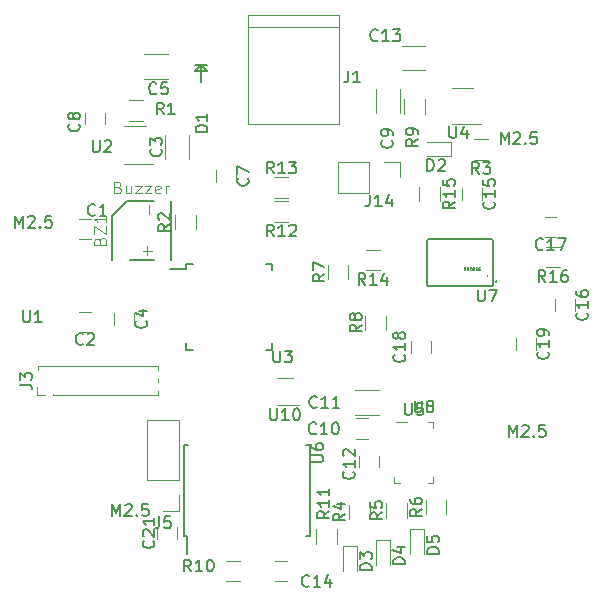
<source format=gto>
G04 #@! TF.FileFunction,Legend,Top*
%FSLAX46Y46*%
G04 Gerber Fmt 4.6, Leading zero omitted, Abs format (unit mm)*
G04 Created by KiCad (PCBNEW 4.0.7) date 03/22/19 21:38:21*
%MOMM*%
%LPD*%
G01*
G04 APERTURE LIST*
%ADD10C,0.100000*%
%ADD11C,0.120000*%
%ADD12C,0.127000*%
%ADD13C,0.150000*%
%ADD14C,0.050000*%
%ADD15C,0.031750*%
G04 APERTURE END LIST*
D10*
D11*
X58220000Y-120322000D02*
X58220000Y-121522000D01*
X56460000Y-121522000D02*
X56460000Y-120322000D01*
D12*
X34940000Y-95022000D02*
X34940000Y-100022000D01*
X31440000Y-100022000D02*
X33440000Y-100022000D01*
X29940000Y-100022000D02*
X29940000Y-96252000D01*
X29940000Y-96252000D02*
X31170000Y-95022000D01*
X31170000Y-95022000D02*
X33440000Y-95022000D01*
D11*
X27132000Y-98210000D02*
X28132000Y-98210000D01*
X28132000Y-96510000D02*
X27132000Y-96510000D01*
X27132000Y-106084000D02*
X28132000Y-106084000D01*
X28132000Y-104384000D02*
X27132000Y-104384000D01*
X34420000Y-89422000D02*
X34420000Y-91422000D01*
X36460000Y-91422000D02*
X36460000Y-89422000D01*
X31784000Y-105480000D02*
X31784000Y-104480000D01*
X30084000Y-104480000D02*
X30084000Y-105480000D01*
X34640000Y-82602000D02*
X32640000Y-82602000D01*
X32640000Y-84642000D02*
X34640000Y-84642000D01*
X40390000Y-93422000D02*
X40390000Y-92422000D01*
X38690000Y-92422000D02*
X38690000Y-93422000D01*
X29290000Y-88522000D02*
X29290000Y-87522000D01*
X27590000Y-87522000D02*
X27590000Y-88522000D01*
X54260000Y-87522000D02*
X54260000Y-85522000D01*
X52220000Y-85522000D02*
X52220000Y-87522000D01*
X50590000Y-115122000D02*
X51590000Y-115122000D01*
X51590000Y-113422000D02*
X50590000Y-113422000D01*
X50490000Y-113092000D02*
X52490000Y-113092000D01*
X52490000Y-111052000D02*
X50490000Y-111052000D01*
X52540000Y-117572000D02*
X52540000Y-116572000D01*
X50840000Y-116572000D02*
X50840000Y-117572000D01*
X54440000Y-83942000D02*
X56440000Y-83942000D01*
X56440000Y-81902000D02*
X54440000Y-81902000D01*
X43702000Y-127182000D02*
X44702000Y-127182000D01*
X44702000Y-125482000D02*
X43702000Y-125482000D01*
X61226000Y-94928000D02*
X61226000Y-93928000D01*
X59526000Y-93928000D02*
X59526000Y-94928000D01*
X69100000Y-104326000D02*
X69100000Y-103326000D01*
X67400000Y-103326000D02*
X67400000Y-104326000D01*
X66540000Y-98072000D02*
X67540000Y-98072000D01*
X67540000Y-96372000D02*
X66540000Y-96372000D01*
X56908000Y-107882000D02*
X56908000Y-106882000D01*
X55208000Y-106882000D02*
X55208000Y-107882000D01*
X65798000Y-107628000D02*
X65798000Y-106628000D01*
X64098000Y-106628000D02*
X64098000Y-107628000D01*
D13*
X36940000Y-83472000D02*
X37940000Y-83472000D01*
X37440000Y-84972000D02*
X37440000Y-83472000D01*
X37440000Y-83472000D02*
X37940000Y-83972000D01*
X37940000Y-83972000D02*
X36940000Y-83972000D01*
X36940000Y-83972000D02*
X37440000Y-83472000D01*
D11*
X58640000Y-91192000D02*
X58640000Y-90052000D01*
X58640000Y-90052000D02*
X56540000Y-90052000D01*
X58640000Y-91192000D02*
X56540000Y-91192000D01*
X50610000Y-124222000D02*
X49470000Y-124222000D01*
X49470000Y-124222000D02*
X49470000Y-126322000D01*
X50610000Y-124222000D02*
X50610000Y-126322000D01*
X53410000Y-123722000D02*
X52270000Y-123722000D01*
X52270000Y-123722000D02*
X52270000Y-125822000D01*
X53410000Y-123722000D02*
X53410000Y-125822000D01*
X56310000Y-122822000D02*
X55170000Y-122822000D01*
X55170000Y-122822000D02*
X55170000Y-124922000D01*
X56310000Y-122822000D02*
X56310000Y-124922000D01*
X49090000Y-80272000D02*
X41390000Y-80272000D01*
X49090000Y-79272000D02*
X41390000Y-79272000D01*
X41390000Y-79272000D02*
X41390000Y-88472000D01*
X41390000Y-88472000D02*
X49090000Y-88472000D01*
X49090000Y-88472000D02*
X49090000Y-79272000D01*
X49070000Y-91692000D02*
X49070000Y-94352000D01*
X51670000Y-91692000D02*
X49070000Y-91692000D01*
X51670000Y-94352000D02*
X49070000Y-94352000D01*
X51670000Y-91692000D02*
X51670000Y-94352000D01*
X52940000Y-91692000D02*
X54270000Y-91692000D01*
X54270000Y-91692000D02*
X54270000Y-93022000D01*
X31340000Y-86442000D02*
X32540000Y-86442000D01*
X32540000Y-88202000D02*
X31340000Y-88202000D01*
X35260000Y-97422000D02*
X35260000Y-96222000D01*
X37020000Y-96222000D02*
X37020000Y-97422000D01*
X60540000Y-89742000D02*
X61740000Y-89742000D01*
X61740000Y-91502000D02*
X60540000Y-91502000D01*
X51720000Y-120722000D02*
X51720000Y-121922000D01*
X49960000Y-121922000D02*
X49960000Y-120722000D01*
X54870000Y-120616000D02*
X54870000Y-121816000D01*
X53110000Y-121816000D02*
X53110000Y-120616000D01*
X48160000Y-101622000D02*
X48160000Y-100422000D01*
X49920000Y-100422000D02*
X49920000Y-101622000D01*
X53120000Y-104722000D02*
X53120000Y-105922000D01*
X51360000Y-105922000D02*
X51360000Y-104722000D01*
X56430000Y-86418000D02*
X56430000Y-87618000D01*
X54670000Y-87618000D02*
X54670000Y-86418000D01*
X40738000Y-127212000D02*
X39538000Y-127212000D01*
X39538000Y-125452000D02*
X40738000Y-125452000D01*
X47160000Y-124022000D02*
X47160000Y-122822000D01*
X48920000Y-122822000D02*
X48920000Y-124022000D01*
X43638000Y-95026000D02*
X44838000Y-95026000D01*
X44838000Y-96786000D02*
X43638000Y-96786000D01*
X44838000Y-94754000D02*
X43638000Y-94754000D01*
X43638000Y-92994000D02*
X44838000Y-92994000D01*
X51394000Y-99136000D02*
X52594000Y-99136000D01*
X52594000Y-100896000D02*
X51394000Y-100896000D01*
X55940000Y-95028000D02*
X55940000Y-93828000D01*
X57700000Y-93828000D02*
X57700000Y-95028000D01*
X66634000Y-98882000D02*
X67834000Y-98882000D01*
X67834000Y-100642000D02*
X66634000Y-100642000D01*
X32745000Y-88623000D02*
X30945000Y-88623000D01*
X30945000Y-91843000D02*
X33395000Y-91843000D01*
D13*
X36199000Y-100339000D02*
X36199000Y-100764000D01*
X43449000Y-100339000D02*
X43449000Y-100864000D01*
X43449000Y-107589000D02*
X43449000Y-107064000D01*
X36199000Y-107589000D02*
X36199000Y-107064000D01*
X36199000Y-100339000D02*
X36724000Y-100339000D01*
X36199000Y-107589000D02*
X36724000Y-107589000D01*
X43449000Y-107589000D02*
X42924000Y-107589000D01*
X43449000Y-100339000D02*
X42924000Y-100339000D01*
X36199000Y-100764000D02*
X34824000Y-100764000D01*
D11*
X60494000Y-85458000D02*
X58734000Y-85458000D01*
X58734000Y-88528000D02*
X61164000Y-88528000D01*
X56620000Y-113722000D02*
X57120000Y-113722000D01*
X57120000Y-113722000D02*
X57120000Y-114222000D01*
X57120000Y-118422000D02*
X57120000Y-118922000D01*
X57120000Y-118922000D02*
X56620000Y-118922000D01*
X54320000Y-118922000D02*
X53820000Y-118922000D01*
X53820000Y-118922000D02*
X53820000Y-118422000D01*
X53920000Y-113722000D02*
X54870000Y-113722000D01*
D13*
X36015000Y-123397000D02*
X36290000Y-123397000D01*
X36015000Y-115647000D02*
X36370000Y-115647000D01*
X46665000Y-115647000D02*
X46310000Y-115647000D01*
X46665000Y-123397000D02*
X46310000Y-123397000D01*
X36015000Y-123397000D02*
X36015000Y-115647000D01*
X46665000Y-123397000D02*
X46665000Y-115647000D01*
X36290000Y-123397000D02*
X36290000Y-124922000D01*
X62096000Y-102244000D02*
X56696000Y-102244000D01*
X62096000Y-98244000D02*
X56696000Y-98244000D01*
X56596000Y-98344000D02*
X56596000Y-102144000D01*
X62196000Y-102144000D02*
X62196000Y-98344000D01*
X61698361Y-101334000D02*
G75*
G03X61698361Y-101334000I-22361J0D01*
G01*
D11*
X33800000Y-111432000D02*
X33800000Y-111116493D01*
X33800000Y-109327507D02*
X33800000Y-109012000D01*
X33800000Y-110327507D02*
X33800000Y-110116493D01*
X24925000Y-111432000D02*
X33800000Y-111432000D01*
X23680000Y-109012000D02*
X33800000Y-109012000D01*
X24925000Y-111432000D02*
X24925000Y-111330276D01*
X23680000Y-109327507D02*
X23680000Y-109012000D01*
X24240000Y-111432000D02*
X23555000Y-111432000D01*
X23555000Y-111432000D02*
X23555000Y-110722000D01*
X35570000Y-113512000D02*
X32910000Y-113512000D01*
X35570000Y-118652000D02*
X35570000Y-113512000D01*
X32910000Y-118652000D02*
X32910000Y-113512000D01*
X35570000Y-118652000D02*
X32910000Y-118652000D01*
X35570000Y-119922000D02*
X35570000Y-121252000D01*
X35570000Y-121252000D02*
X34240000Y-121252000D01*
X33690000Y-122622000D02*
X33690000Y-123622000D01*
X35390000Y-123622000D02*
X35390000Y-122622000D01*
X43840000Y-112282000D02*
X45740000Y-112282000D01*
X45240000Y-109962000D02*
X43840000Y-109962000D01*
D13*
X56142381Y-121088666D02*
X55666190Y-121422000D01*
X56142381Y-121660095D02*
X55142381Y-121660095D01*
X55142381Y-121279142D01*
X55190000Y-121183904D01*
X55237619Y-121136285D01*
X55332857Y-121088666D01*
X55475714Y-121088666D01*
X55570952Y-121136285D01*
X55618571Y-121183904D01*
X55666190Y-121279142D01*
X55666190Y-121660095D01*
X55142381Y-120231523D02*
X55142381Y-120422000D01*
X55190000Y-120517238D01*
X55237619Y-120564857D01*
X55380476Y-120660095D01*
X55570952Y-120707714D01*
X55951905Y-120707714D01*
X56047143Y-120660095D01*
X56094762Y-120612476D01*
X56142381Y-120517238D01*
X56142381Y-120326761D01*
X56094762Y-120231523D01*
X56047143Y-120183904D01*
X55951905Y-120136285D01*
X55713810Y-120136285D01*
X55618571Y-120183904D01*
X55570952Y-120231523D01*
X55523333Y-120326761D01*
X55523333Y-120517238D01*
X55570952Y-120612476D01*
X55618571Y-120660095D01*
X55713810Y-120707714D01*
D14*
X28868496Y-98403886D02*
X28916165Y-98260877D01*
X28963835Y-98213208D01*
X29059174Y-98165538D01*
X29202182Y-98165538D01*
X29297521Y-98213208D01*
X29345191Y-98260877D01*
X29392860Y-98356216D01*
X29392860Y-98737572D01*
X28391800Y-98737572D01*
X28391800Y-98403886D01*
X28439470Y-98308547D01*
X28487140Y-98260877D01*
X28582479Y-98213208D01*
X28677818Y-98213208D01*
X28773157Y-98260877D01*
X28820826Y-98308547D01*
X28868496Y-98403886D01*
X28868496Y-98737572D01*
X28391800Y-97831851D02*
X28391800Y-97164478D01*
X29392860Y-97831851D01*
X29392860Y-97164478D01*
X29392860Y-96258758D02*
X29392860Y-96830792D01*
X29392860Y-96544775D02*
X28391800Y-96544775D01*
X28534809Y-96640114D01*
X28630148Y-96735453D01*
X28677818Y-96830792D01*
X30411178Y-93850562D02*
X30554054Y-93898187D01*
X30601679Y-93945813D01*
X30649304Y-94041063D01*
X30649304Y-94183939D01*
X30601679Y-94279189D01*
X30554054Y-94326815D01*
X30458803Y-94374440D01*
X30077801Y-94374440D01*
X30077801Y-93374310D01*
X30411178Y-93374310D01*
X30506428Y-93421935D01*
X30554054Y-93469560D01*
X30601679Y-93564811D01*
X30601679Y-93660061D01*
X30554054Y-93755312D01*
X30506428Y-93802937D01*
X30411178Y-93850562D01*
X30077801Y-93850562D01*
X31506558Y-93707686D02*
X31506558Y-94374440D01*
X31077931Y-93707686D02*
X31077931Y-94231564D01*
X31125556Y-94326815D01*
X31220807Y-94374440D01*
X31363683Y-94374440D01*
X31458933Y-94326815D01*
X31506558Y-94279189D01*
X31887561Y-93707686D02*
X32411438Y-93707686D01*
X31887561Y-94374440D01*
X32411438Y-94374440D01*
X32697190Y-93707686D02*
X33221067Y-93707686D01*
X32697190Y-94374440D01*
X33221067Y-94374440D01*
X33983071Y-94326815D02*
X33887821Y-94374440D01*
X33697320Y-94374440D01*
X33602069Y-94326815D01*
X33554444Y-94231564D01*
X33554444Y-93850562D01*
X33602069Y-93755312D01*
X33697320Y-93707686D01*
X33887821Y-93707686D01*
X33983071Y-93755312D01*
X34030696Y-93850562D01*
X34030696Y-93945813D01*
X33554444Y-94041063D01*
X34459323Y-94374440D02*
X34459323Y-93707686D01*
X34459323Y-93898187D02*
X34506948Y-93802937D01*
X34554574Y-93755312D01*
X34649824Y-93707686D01*
X34745075Y-93707686D01*
X32911429Y-99602952D02*
X32911429Y-98841047D01*
X33292381Y-99221999D02*
X32530476Y-99221999D01*
X33011429Y-96102952D02*
X33011429Y-95341047D01*
D13*
X28473334Y-96179143D02*
X28425715Y-96226762D01*
X28282858Y-96274381D01*
X28187620Y-96274381D01*
X28044762Y-96226762D01*
X27949524Y-96131524D01*
X27901905Y-96036286D01*
X27854286Y-95845810D01*
X27854286Y-95702952D01*
X27901905Y-95512476D01*
X27949524Y-95417238D01*
X28044762Y-95322000D01*
X28187620Y-95274381D01*
X28282858Y-95274381D01*
X28425715Y-95322000D01*
X28473334Y-95369619D01*
X29425715Y-96274381D02*
X28854286Y-96274381D01*
X29140000Y-96274381D02*
X29140000Y-95274381D01*
X29044762Y-95417238D01*
X28949524Y-95512476D01*
X28854286Y-95560095D01*
X27465334Y-107091143D02*
X27417715Y-107138762D01*
X27274858Y-107186381D01*
X27179620Y-107186381D01*
X27036762Y-107138762D01*
X26941524Y-107043524D01*
X26893905Y-106948286D01*
X26846286Y-106757810D01*
X26846286Y-106614952D01*
X26893905Y-106424476D01*
X26941524Y-106329238D01*
X27036762Y-106234000D01*
X27179620Y-106186381D01*
X27274858Y-106186381D01*
X27417715Y-106234000D01*
X27465334Y-106281619D01*
X27846286Y-106281619D02*
X27893905Y-106234000D01*
X27989143Y-106186381D01*
X28227239Y-106186381D01*
X28322477Y-106234000D01*
X28370096Y-106281619D01*
X28417715Y-106376857D01*
X28417715Y-106472095D01*
X28370096Y-106614952D01*
X27798667Y-107186381D01*
X28417715Y-107186381D01*
X34047143Y-90588666D02*
X34094762Y-90636285D01*
X34142381Y-90779142D01*
X34142381Y-90874380D01*
X34094762Y-91017238D01*
X33999524Y-91112476D01*
X33904286Y-91160095D01*
X33713810Y-91207714D01*
X33570952Y-91207714D01*
X33380476Y-91160095D01*
X33285238Y-91112476D01*
X33190000Y-91017238D01*
X33142381Y-90874380D01*
X33142381Y-90779142D01*
X33190000Y-90636285D01*
X33237619Y-90588666D01*
X33142381Y-90255333D02*
X33142381Y-89636285D01*
X33523333Y-89969619D01*
X33523333Y-89826761D01*
X33570952Y-89731523D01*
X33618571Y-89683904D01*
X33713810Y-89636285D01*
X33951905Y-89636285D01*
X34047143Y-89683904D01*
X34094762Y-89731523D01*
X34142381Y-89826761D01*
X34142381Y-90112476D01*
X34094762Y-90207714D01*
X34047143Y-90255333D01*
X32791143Y-105146666D02*
X32838762Y-105194285D01*
X32886381Y-105337142D01*
X32886381Y-105432380D01*
X32838762Y-105575238D01*
X32743524Y-105670476D01*
X32648286Y-105718095D01*
X32457810Y-105765714D01*
X32314952Y-105765714D01*
X32124476Y-105718095D01*
X32029238Y-105670476D01*
X31934000Y-105575238D01*
X31886381Y-105432380D01*
X31886381Y-105337142D01*
X31934000Y-105194285D01*
X31981619Y-105146666D01*
X32219714Y-104289523D02*
X32886381Y-104289523D01*
X31838762Y-104527619D02*
X32553048Y-104765714D01*
X32553048Y-104146666D01*
X33673334Y-85879143D02*
X33625715Y-85926762D01*
X33482858Y-85974381D01*
X33387620Y-85974381D01*
X33244762Y-85926762D01*
X33149524Y-85831524D01*
X33101905Y-85736286D01*
X33054286Y-85545810D01*
X33054286Y-85402952D01*
X33101905Y-85212476D01*
X33149524Y-85117238D01*
X33244762Y-85022000D01*
X33387620Y-84974381D01*
X33482858Y-84974381D01*
X33625715Y-85022000D01*
X33673334Y-85069619D01*
X34578096Y-84974381D02*
X34101905Y-84974381D01*
X34054286Y-85450571D01*
X34101905Y-85402952D01*
X34197143Y-85355333D01*
X34435239Y-85355333D01*
X34530477Y-85402952D01*
X34578096Y-85450571D01*
X34625715Y-85545810D01*
X34625715Y-85783905D01*
X34578096Y-85879143D01*
X34530477Y-85926762D01*
X34435239Y-85974381D01*
X34197143Y-85974381D01*
X34101905Y-85926762D01*
X34054286Y-85879143D01*
X41397143Y-93088666D02*
X41444762Y-93136285D01*
X41492381Y-93279142D01*
X41492381Y-93374380D01*
X41444762Y-93517238D01*
X41349524Y-93612476D01*
X41254286Y-93660095D01*
X41063810Y-93707714D01*
X40920952Y-93707714D01*
X40730476Y-93660095D01*
X40635238Y-93612476D01*
X40540000Y-93517238D01*
X40492381Y-93374380D01*
X40492381Y-93279142D01*
X40540000Y-93136285D01*
X40587619Y-93088666D01*
X40492381Y-92755333D02*
X40492381Y-92088666D01*
X41492381Y-92517238D01*
X27097143Y-88488666D02*
X27144762Y-88536285D01*
X27192381Y-88679142D01*
X27192381Y-88774380D01*
X27144762Y-88917238D01*
X27049524Y-89012476D01*
X26954286Y-89060095D01*
X26763810Y-89107714D01*
X26620952Y-89107714D01*
X26430476Y-89060095D01*
X26335238Y-89012476D01*
X26240000Y-88917238D01*
X26192381Y-88774380D01*
X26192381Y-88679142D01*
X26240000Y-88536285D01*
X26287619Y-88488666D01*
X26620952Y-87917238D02*
X26573333Y-88012476D01*
X26525714Y-88060095D01*
X26430476Y-88107714D01*
X26382857Y-88107714D01*
X26287619Y-88060095D01*
X26240000Y-88012476D01*
X26192381Y-87917238D01*
X26192381Y-87726761D01*
X26240000Y-87631523D01*
X26287619Y-87583904D01*
X26382857Y-87536285D01*
X26430476Y-87536285D01*
X26525714Y-87583904D01*
X26573333Y-87631523D01*
X26620952Y-87726761D01*
X26620952Y-87917238D01*
X26668571Y-88012476D01*
X26716190Y-88060095D01*
X26811429Y-88107714D01*
X27001905Y-88107714D01*
X27097143Y-88060095D01*
X27144762Y-88012476D01*
X27192381Y-87917238D01*
X27192381Y-87726761D01*
X27144762Y-87631523D01*
X27097143Y-87583904D01*
X27001905Y-87536285D01*
X26811429Y-87536285D01*
X26716190Y-87583904D01*
X26668571Y-87631523D01*
X26620952Y-87726761D01*
X53597143Y-89888666D02*
X53644762Y-89936285D01*
X53692381Y-90079142D01*
X53692381Y-90174380D01*
X53644762Y-90317238D01*
X53549524Y-90412476D01*
X53454286Y-90460095D01*
X53263810Y-90507714D01*
X53120952Y-90507714D01*
X52930476Y-90460095D01*
X52835238Y-90412476D01*
X52740000Y-90317238D01*
X52692381Y-90174380D01*
X52692381Y-90079142D01*
X52740000Y-89936285D01*
X52787619Y-89888666D01*
X53692381Y-89412476D02*
X53692381Y-89222000D01*
X53644762Y-89126761D01*
X53597143Y-89079142D01*
X53454286Y-88983904D01*
X53263810Y-88936285D01*
X52882857Y-88936285D01*
X52787619Y-88983904D01*
X52740000Y-89031523D01*
X52692381Y-89126761D01*
X52692381Y-89317238D01*
X52740000Y-89412476D01*
X52787619Y-89460095D01*
X52882857Y-89507714D01*
X53120952Y-89507714D01*
X53216190Y-89460095D01*
X53263810Y-89412476D01*
X53311429Y-89317238D01*
X53311429Y-89126761D01*
X53263810Y-89031523D01*
X53216190Y-88983904D01*
X53120952Y-88936285D01*
X47193143Y-114667143D02*
X47145524Y-114714762D01*
X47002667Y-114762381D01*
X46907429Y-114762381D01*
X46764571Y-114714762D01*
X46669333Y-114619524D01*
X46621714Y-114524286D01*
X46574095Y-114333810D01*
X46574095Y-114190952D01*
X46621714Y-114000476D01*
X46669333Y-113905238D01*
X46764571Y-113810000D01*
X46907429Y-113762381D01*
X47002667Y-113762381D01*
X47145524Y-113810000D01*
X47193143Y-113857619D01*
X48145524Y-114762381D02*
X47574095Y-114762381D01*
X47859809Y-114762381D02*
X47859809Y-113762381D01*
X47764571Y-113905238D01*
X47669333Y-114000476D01*
X47574095Y-114048095D01*
X48764571Y-113762381D02*
X48859810Y-113762381D01*
X48955048Y-113810000D01*
X49002667Y-113857619D01*
X49050286Y-113952857D01*
X49097905Y-114143333D01*
X49097905Y-114381429D01*
X49050286Y-114571905D01*
X49002667Y-114667143D01*
X48955048Y-114714762D01*
X48859810Y-114762381D01*
X48764571Y-114762381D01*
X48669333Y-114714762D01*
X48621714Y-114667143D01*
X48574095Y-114571905D01*
X48526476Y-114381429D01*
X48526476Y-114143333D01*
X48574095Y-113952857D01*
X48621714Y-113857619D01*
X48669333Y-113810000D01*
X48764571Y-113762381D01*
X47247143Y-112429143D02*
X47199524Y-112476762D01*
X47056667Y-112524381D01*
X46961429Y-112524381D01*
X46818571Y-112476762D01*
X46723333Y-112381524D01*
X46675714Y-112286286D01*
X46628095Y-112095810D01*
X46628095Y-111952952D01*
X46675714Y-111762476D01*
X46723333Y-111667238D01*
X46818571Y-111572000D01*
X46961429Y-111524381D01*
X47056667Y-111524381D01*
X47199524Y-111572000D01*
X47247143Y-111619619D01*
X48199524Y-112524381D02*
X47628095Y-112524381D01*
X47913809Y-112524381D02*
X47913809Y-111524381D01*
X47818571Y-111667238D01*
X47723333Y-111762476D01*
X47628095Y-111810095D01*
X49151905Y-112524381D02*
X48580476Y-112524381D01*
X48866190Y-112524381D02*
X48866190Y-111524381D01*
X48770952Y-111667238D01*
X48675714Y-111762476D01*
X48580476Y-111810095D01*
X50347143Y-117914857D02*
X50394762Y-117962476D01*
X50442381Y-118105333D01*
X50442381Y-118200571D01*
X50394762Y-118343429D01*
X50299524Y-118438667D01*
X50204286Y-118486286D01*
X50013810Y-118533905D01*
X49870952Y-118533905D01*
X49680476Y-118486286D01*
X49585238Y-118438667D01*
X49490000Y-118343429D01*
X49442381Y-118200571D01*
X49442381Y-118105333D01*
X49490000Y-117962476D01*
X49537619Y-117914857D01*
X50442381Y-116962476D02*
X50442381Y-117533905D01*
X50442381Y-117248191D02*
X49442381Y-117248191D01*
X49585238Y-117343429D01*
X49680476Y-117438667D01*
X49728095Y-117533905D01*
X49537619Y-116581524D02*
X49490000Y-116533905D01*
X49442381Y-116438667D01*
X49442381Y-116200571D01*
X49490000Y-116105333D01*
X49537619Y-116057714D01*
X49632857Y-116010095D01*
X49728095Y-116010095D01*
X49870952Y-116057714D01*
X50442381Y-116629143D01*
X50442381Y-116010095D01*
X52397143Y-81379143D02*
X52349524Y-81426762D01*
X52206667Y-81474381D01*
X52111429Y-81474381D01*
X51968571Y-81426762D01*
X51873333Y-81331524D01*
X51825714Y-81236286D01*
X51778095Y-81045810D01*
X51778095Y-80902952D01*
X51825714Y-80712476D01*
X51873333Y-80617238D01*
X51968571Y-80522000D01*
X52111429Y-80474381D01*
X52206667Y-80474381D01*
X52349524Y-80522000D01*
X52397143Y-80569619D01*
X53349524Y-81474381D02*
X52778095Y-81474381D01*
X53063809Y-81474381D02*
X53063809Y-80474381D01*
X52968571Y-80617238D01*
X52873333Y-80712476D01*
X52778095Y-80760095D01*
X53682857Y-80474381D02*
X54301905Y-80474381D01*
X53968571Y-80855333D01*
X54111429Y-80855333D01*
X54206667Y-80902952D01*
X54254286Y-80950571D01*
X54301905Y-81045810D01*
X54301905Y-81283905D01*
X54254286Y-81379143D01*
X54206667Y-81426762D01*
X54111429Y-81474381D01*
X53825714Y-81474381D01*
X53730476Y-81426762D01*
X53682857Y-81379143D01*
X46597143Y-127579143D02*
X46549524Y-127626762D01*
X46406667Y-127674381D01*
X46311429Y-127674381D01*
X46168571Y-127626762D01*
X46073333Y-127531524D01*
X46025714Y-127436286D01*
X45978095Y-127245810D01*
X45978095Y-127102952D01*
X46025714Y-126912476D01*
X46073333Y-126817238D01*
X46168571Y-126722000D01*
X46311429Y-126674381D01*
X46406667Y-126674381D01*
X46549524Y-126722000D01*
X46597143Y-126769619D01*
X47549524Y-127674381D02*
X46978095Y-127674381D01*
X47263809Y-127674381D02*
X47263809Y-126674381D01*
X47168571Y-126817238D01*
X47073333Y-126912476D01*
X46978095Y-126960095D01*
X48406667Y-127007714D02*
X48406667Y-127674381D01*
X48168571Y-126626762D02*
X47930476Y-127341048D01*
X48549524Y-127341048D01*
X62233143Y-95070857D02*
X62280762Y-95118476D01*
X62328381Y-95261333D01*
X62328381Y-95356571D01*
X62280762Y-95499429D01*
X62185524Y-95594667D01*
X62090286Y-95642286D01*
X61899810Y-95689905D01*
X61756952Y-95689905D01*
X61566476Y-95642286D01*
X61471238Y-95594667D01*
X61376000Y-95499429D01*
X61328381Y-95356571D01*
X61328381Y-95261333D01*
X61376000Y-95118476D01*
X61423619Y-95070857D01*
X62328381Y-94118476D02*
X62328381Y-94689905D01*
X62328381Y-94404191D02*
X61328381Y-94404191D01*
X61471238Y-94499429D01*
X61566476Y-94594667D01*
X61614095Y-94689905D01*
X61328381Y-93213714D02*
X61328381Y-93689905D01*
X61804571Y-93737524D01*
X61756952Y-93689905D01*
X61709333Y-93594667D01*
X61709333Y-93356571D01*
X61756952Y-93261333D01*
X61804571Y-93213714D01*
X61899810Y-93166095D01*
X62137905Y-93166095D01*
X62233143Y-93213714D01*
X62280762Y-93261333D01*
X62328381Y-93356571D01*
X62328381Y-93594667D01*
X62280762Y-93689905D01*
X62233143Y-93737524D01*
X70107143Y-104468857D02*
X70154762Y-104516476D01*
X70202381Y-104659333D01*
X70202381Y-104754571D01*
X70154762Y-104897429D01*
X70059524Y-104992667D01*
X69964286Y-105040286D01*
X69773810Y-105087905D01*
X69630952Y-105087905D01*
X69440476Y-105040286D01*
X69345238Y-104992667D01*
X69250000Y-104897429D01*
X69202381Y-104754571D01*
X69202381Y-104659333D01*
X69250000Y-104516476D01*
X69297619Y-104468857D01*
X70202381Y-103516476D02*
X70202381Y-104087905D01*
X70202381Y-103802191D02*
X69202381Y-103802191D01*
X69345238Y-103897429D01*
X69440476Y-103992667D01*
X69488095Y-104087905D01*
X69202381Y-102659333D02*
X69202381Y-102849810D01*
X69250000Y-102945048D01*
X69297619Y-102992667D01*
X69440476Y-103087905D01*
X69630952Y-103135524D01*
X70011905Y-103135524D01*
X70107143Y-103087905D01*
X70154762Y-103040286D01*
X70202381Y-102945048D01*
X70202381Y-102754571D01*
X70154762Y-102659333D01*
X70107143Y-102611714D01*
X70011905Y-102564095D01*
X69773810Y-102564095D01*
X69678571Y-102611714D01*
X69630952Y-102659333D01*
X69583333Y-102754571D01*
X69583333Y-102945048D01*
X69630952Y-103040286D01*
X69678571Y-103087905D01*
X69773810Y-103135524D01*
X66397143Y-99079143D02*
X66349524Y-99126762D01*
X66206667Y-99174381D01*
X66111429Y-99174381D01*
X65968571Y-99126762D01*
X65873333Y-99031524D01*
X65825714Y-98936286D01*
X65778095Y-98745810D01*
X65778095Y-98602952D01*
X65825714Y-98412476D01*
X65873333Y-98317238D01*
X65968571Y-98222000D01*
X66111429Y-98174381D01*
X66206667Y-98174381D01*
X66349524Y-98222000D01*
X66397143Y-98269619D01*
X67349524Y-99174381D02*
X66778095Y-99174381D01*
X67063809Y-99174381D02*
X67063809Y-98174381D01*
X66968571Y-98317238D01*
X66873333Y-98412476D01*
X66778095Y-98460095D01*
X67682857Y-98174381D02*
X68349524Y-98174381D01*
X67920952Y-99174381D01*
X54637143Y-108024857D02*
X54684762Y-108072476D01*
X54732381Y-108215333D01*
X54732381Y-108310571D01*
X54684762Y-108453429D01*
X54589524Y-108548667D01*
X54494286Y-108596286D01*
X54303810Y-108643905D01*
X54160952Y-108643905D01*
X53970476Y-108596286D01*
X53875238Y-108548667D01*
X53780000Y-108453429D01*
X53732381Y-108310571D01*
X53732381Y-108215333D01*
X53780000Y-108072476D01*
X53827619Y-108024857D01*
X54732381Y-107072476D02*
X54732381Y-107643905D01*
X54732381Y-107358191D02*
X53732381Y-107358191D01*
X53875238Y-107453429D01*
X53970476Y-107548667D01*
X54018095Y-107643905D01*
X54160952Y-106501048D02*
X54113333Y-106596286D01*
X54065714Y-106643905D01*
X53970476Y-106691524D01*
X53922857Y-106691524D01*
X53827619Y-106643905D01*
X53780000Y-106596286D01*
X53732381Y-106501048D01*
X53732381Y-106310571D01*
X53780000Y-106215333D01*
X53827619Y-106167714D01*
X53922857Y-106120095D01*
X53970476Y-106120095D01*
X54065714Y-106167714D01*
X54113333Y-106215333D01*
X54160952Y-106310571D01*
X54160952Y-106501048D01*
X54208571Y-106596286D01*
X54256190Y-106643905D01*
X54351429Y-106691524D01*
X54541905Y-106691524D01*
X54637143Y-106643905D01*
X54684762Y-106596286D01*
X54732381Y-106501048D01*
X54732381Y-106310571D01*
X54684762Y-106215333D01*
X54637143Y-106167714D01*
X54541905Y-106120095D01*
X54351429Y-106120095D01*
X54256190Y-106167714D01*
X54208571Y-106215333D01*
X54160952Y-106310571D01*
X66805143Y-107770857D02*
X66852762Y-107818476D01*
X66900381Y-107961333D01*
X66900381Y-108056571D01*
X66852762Y-108199429D01*
X66757524Y-108294667D01*
X66662286Y-108342286D01*
X66471810Y-108389905D01*
X66328952Y-108389905D01*
X66138476Y-108342286D01*
X66043238Y-108294667D01*
X65948000Y-108199429D01*
X65900381Y-108056571D01*
X65900381Y-107961333D01*
X65948000Y-107818476D01*
X65995619Y-107770857D01*
X66900381Y-106818476D02*
X66900381Y-107389905D01*
X66900381Y-107104191D02*
X65900381Y-107104191D01*
X66043238Y-107199429D01*
X66138476Y-107294667D01*
X66186095Y-107389905D01*
X66900381Y-106342286D02*
X66900381Y-106151810D01*
X66852762Y-106056571D01*
X66805143Y-106008952D01*
X66662286Y-105913714D01*
X66471810Y-105866095D01*
X66090857Y-105866095D01*
X65995619Y-105913714D01*
X65948000Y-105961333D01*
X65900381Y-106056571D01*
X65900381Y-106247048D01*
X65948000Y-106342286D01*
X65995619Y-106389905D01*
X66090857Y-106437524D01*
X66328952Y-106437524D01*
X66424190Y-106389905D01*
X66471810Y-106342286D01*
X66519429Y-106247048D01*
X66519429Y-106056571D01*
X66471810Y-105961333D01*
X66424190Y-105913714D01*
X66328952Y-105866095D01*
X37992381Y-89160095D02*
X36992381Y-89160095D01*
X36992381Y-88922000D01*
X37040000Y-88779142D01*
X37135238Y-88683904D01*
X37230476Y-88636285D01*
X37420952Y-88588666D01*
X37563810Y-88588666D01*
X37754286Y-88636285D01*
X37849524Y-88683904D01*
X37944762Y-88779142D01*
X37992381Y-88922000D01*
X37992381Y-89160095D01*
X37992381Y-87636285D02*
X37992381Y-88207714D01*
X37992381Y-87922000D02*
X36992381Y-87922000D01*
X37135238Y-88017238D01*
X37230476Y-88112476D01*
X37278095Y-88207714D01*
X56601905Y-92474381D02*
X56601905Y-91474381D01*
X56840000Y-91474381D01*
X56982858Y-91522000D01*
X57078096Y-91617238D01*
X57125715Y-91712476D01*
X57173334Y-91902952D01*
X57173334Y-92045810D01*
X57125715Y-92236286D01*
X57078096Y-92331524D01*
X56982858Y-92426762D01*
X56840000Y-92474381D01*
X56601905Y-92474381D01*
X57554286Y-91569619D02*
X57601905Y-91522000D01*
X57697143Y-91474381D01*
X57935239Y-91474381D01*
X58030477Y-91522000D01*
X58078096Y-91569619D01*
X58125715Y-91664857D01*
X58125715Y-91760095D01*
X58078096Y-91902952D01*
X57506667Y-92474381D01*
X58125715Y-92474381D01*
X51892381Y-126260095D02*
X50892381Y-126260095D01*
X50892381Y-126022000D01*
X50940000Y-125879142D01*
X51035238Y-125783904D01*
X51130476Y-125736285D01*
X51320952Y-125688666D01*
X51463810Y-125688666D01*
X51654286Y-125736285D01*
X51749524Y-125783904D01*
X51844762Y-125879142D01*
X51892381Y-126022000D01*
X51892381Y-126260095D01*
X50892381Y-125355333D02*
X50892381Y-124736285D01*
X51273333Y-125069619D01*
X51273333Y-124926761D01*
X51320952Y-124831523D01*
X51368571Y-124783904D01*
X51463810Y-124736285D01*
X51701905Y-124736285D01*
X51797143Y-124783904D01*
X51844762Y-124831523D01*
X51892381Y-124926761D01*
X51892381Y-125212476D01*
X51844762Y-125307714D01*
X51797143Y-125355333D01*
X54692381Y-125760095D02*
X53692381Y-125760095D01*
X53692381Y-125522000D01*
X53740000Y-125379142D01*
X53835238Y-125283904D01*
X53930476Y-125236285D01*
X54120952Y-125188666D01*
X54263810Y-125188666D01*
X54454286Y-125236285D01*
X54549524Y-125283904D01*
X54644762Y-125379142D01*
X54692381Y-125522000D01*
X54692381Y-125760095D01*
X54025714Y-124331523D02*
X54692381Y-124331523D01*
X53644762Y-124569619D02*
X54359048Y-124807714D01*
X54359048Y-124188666D01*
X57592381Y-124860095D02*
X56592381Y-124860095D01*
X56592381Y-124622000D01*
X56640000Y-124479142D01*
X56735238Y-124383904D01*
X56830476Y-124336285D01*
X57020952Y-124288666D01*
X57163810Y-124288666D01*
X57354286Y-124336285D01*
X57449524Y-124383904D01*
X57544762Y-124479142D01*
X57592381Y-124622000D01*
X57592381Y-124860095D01*
X56592381Y-123383904D02*
X56592381Y-123860095D01*
X57068571Y-123907714D01*
X57020952Y-123860095D01*
X56973333Y-123764857D01*
X56973333Y-123526761D01*
X57020952Y-123431523D01*
X57068571Y-123383904D01*
X57163810Y-123336285D01*
X57401905Y-123336285D01*
X57497143Y-123383904D01*
X57544762Y-123431523D01*
X57592381Y-123526761D01*
X57592381Y-123764857D01*
X57544762Y-123860095D01*
X57497143Y-123907714D01*
X49906667Y-83974381D02*
X49906667Y-84688667D01*
X49859047Y-84831524D01*
X49763809Y-84926762D01*
X49620952Y-84974381D01*
X49525714Y-84974381D01*
X50906667Y-84974381D02*
X50335238Y-84974381D01*
X50620952Y-84974381D02*
X50620952Y-83974381D01*
X50525714Y-84117238D01*
X50430476Y-84212476D01*
X50335238Y-84260095D01*
X62816191Y-90174381D02*
X62816191Y-89174381D01*
X63149525Y-89888667D01*
X63482858Y-89174381D01*
X63482858Y-90174381D01*
X63911429Y-89269619D02*
X63959048Y-89222000D01*
X64054286Y-89174381D01*
X64292382Y-89174381D01*
X64387620Y-89222000D01*
X64435239Y-89269619D01*
X64482858Y-89364857D01*
X64482858Y-89460095D01*
X64435239Y-89602952D01*
X63863810Y-90174381D01*
X64482858Y-90174381D01*
X64911429Y-90079143D02*
X64959048Y-90126762D01*
X64911429Y-90174381D01*
X64863810Y-90126762D01*
X64911429Y-90079143D01*
X64911429Y-90174381D01*
X65863810Y-89174381D02*
X65387619Y-89174381D01*
X65340000Y-89650571D01*
X65387619Y-89602952D01*
X65482857Y-89555333D01*
X65720953Y-89555333D01*
X65816191Y-89602952D01*
X65863810Y-89650571D01*
X65911429Y-89745810D01*
X65911429Y-89983905D01*
X65863810Y-90079143D01*
X65816191Y-90126762D01*
X65720953Y-90174381D01*
X65482857Y-90174381D01*
X65387619Y-90126762D01*
X65340000Y-90079143D01*
X63516191Y-114974381D02*
X63516191Y-113974381D01*
X63849525Y-114688667D01*
X64182858Y-113974381D01*
X64182858Y-114974381D01*
X64611429Y-114069619D02*
X64659048Y-114022000D01*
X64754286Y-113974381D01*
X64992382Y-113974381D01*
X65087620Y-114022000D01*
X65135239Y-114069619D01*
X65182858Y-114164857D01*
X65182858Y-114260095D01*
X65135239Y-114402952D01*
X64563810Y-114974381D01*
X65182858Y-114974381D01*
X65611429Y-114879143D02*
X65659048Y-114926762D01*
X65611429Y-114974381D01*
X65563810Y-114926762D01*
X65611429Y-114879143D01*
X65611429Y-114974381D01*
X66563810Y-113974381D02*
X66087619Y-113974381D01*
X66040000Y-114450571D01*
X66087619Y-114402952D01*
X66182857Y-114355333D01*
X66420953Y-114355333D01*
X66516191Y-114402952D01*
X66563810Y-114450571D01*
X66611429Y-114545810D01*
X66611429Y-114783905D01*
X66563810Y-114879143D01*
X66516191Y-114926762D01*
X66420953Y-114974381D01*
X66182857Y-114974381D01*
X66087619Y-114926762D01*
X66040000Y-114879143D01*
X21716191Y-97274381D02*
X21716191Y-96274381D01*
X22049525Y-96988667D01*
X22382858Y-96274381D01*
X22382858Y-97274381D01*
X22811429Y-96369619D02*
X22859048Y-96322000D01*
X22954286Y-96274381D01*
X23192382Y-96274381D01*
X23287620Y-96322000D01*
X23335239Y-96369619D01*
X23382858Y-96464857D01*
X23382858Y-96560095D01*
X23335239Y-96702952D01*
X22763810Y-97274381D01*
X23382858Y-97274381D01*
X23811429Y-97179143D02*
X23859048Y-97226762D01*
X23811429Y-97274381D01*
X23763810Y-97226762D01*
X23811429Y-97179143D01*
X23811429Y-97274381D01*
X24763810Y-96274381D02*
X24287619Y-96274381D01*
X24240000Y-96750571D01*
X24287619Y-96702952D01*
X24382857Y-96655333D01*
X24620953Y-96655333D01*
X24716191Y-96702952D01*
X24763810Y-96750571D01*
X24811429Y-96845810D01*
X24811429Y-97083905D01*
X24763810Y-97179143D01*
X24716191Y-97226762D01*
X24620953Y-97274381D01*
X24382857Y-97274381D01*
X24287619Y-97226762D01*
X24240000Y-97179143D01*
X29916191Y-121674381D02*
X29916191Y-120674381D01*
X30249525Y-121388667D01*
X30582858Y-120674381D01*
X30582858Y-121674381D01*
X31011429Y-120769619D02*
X31059048Y-120722000D01*
X31154286Y-120674381D01*
X31392382Y-120674381D01*
X31487620Y-120722000D01*
X31535239Y-120769619D01*
X31582858Y-120864857D01*
X31582858Y-120960095D01*
X31535239Y-121102952D01*
X30963810Y-121674381D01*
X31582858Y-121674381D01*
X32011429Y-121579143D02*
X32059048Y-121626762D01*
X32011429Y-121674381D01*
X31963810Y-121626762D01*
X32011429Y-121579143D01*
X32011429Y-121674381D01*
X32963810Y-120674381D02*
X32487619Y-120674381D01*
X32440000Y-121150571D01*
X32487619Y-121102952D01*
X32582857Y-121055333D01*
X32820953Y-121055333D01*
X32916191Y-121102952D01*
X32963810Y-121150571D01*
X33011429Y-121245810D01*
X33011429Y-121483905D01*
X32963810Y-121579143D01*
X32916191Y-121626762D01*
X32820953Y-121674381D01*
X32582857Y-121674381D01*
X32487619Y-121626762D01*
X32440000Y-121579143D01*
X51730477Y-94474381D02*
X51730477Y-95188667D01*
X51682857Y-95331524D01*
X51587619Y-95426762D01*
X51444762Y-95474381D01*
X51349524Y-95474381D01*
X52730477Y-95474381D02*
X52159048Y-95474381D01*
X52444762Y-95474381D02*
X52444762Y-94474381D01*
X52349524Y-94617238D01*
X52254286Y-94712476D01*
X52159048Y-94760095D01*
X53587620Y-94807714D02*
X53587620Y-95474381D01*
X53349524Y-94426762D02*
X53111429Y-95141048D01*
X53730477Y-95141048D01*
X34273334Y-87674381D02*
X33940000Y-87198190D01*
X33701905Y-87674381D02*
X33701905Y-86674381D01*
X34082858Y-86674381D01*
X34178096Y-86722000D01*
X34225715Y-86769619D01*
X34273334Y-86864857D01*
X34273334Y-87007714D01*
X34225715Y-87102952D01*
X34178096Y-87150571D01*
X34082858Y-87198190D01*
X33701905Y-87198190D01*
X35225715Y-87674381D02*
X34654286Y-87674381D01*
X34940000Y-87674381D02*
X34940000Y-86674381D01*
X34844762Y-86817238D01*
X34749524Y-86912476D01*
X34654286Y-86960095D01*
X34814381Y-96988666D02*
X34338190Y-97322000D01*
X34814381Y-97560095D02*
X33814381Y-97560095D01*
X33814381Y-97179142D01*
X33862000Y-97083904D01*
X33909619Y-97036285D01*
X34004857Y-96988666D01*
X34147714Y-96988666D01*
X34242952Y-97036285D01*
X34290571Y-97083904D01*
X34338190Y-97179142D01*
X34338190Y-97560095D01*
X33909619Y-96607714D02*
X33862000Y-96560095D01*
X33814381Y-96464857D01*
X33814381Y-96226761D01*
X33862000Y-96131523D01*
X33909619Y-96083904D01*
X34004857Y-96036285D01*
X34100095Y-96036285D01*
X34242952Y-96083904D01*
X34814381Y-96655333D01*
X34814381Y-96036285D01*
X60973334Y-92724381D02*
X60640000Y-92248190D01*
X60401905Y-92724381D02*
X60401905Y-91724381D01*
X60782858Y-91724381D01*
X60878096Y-91772000D01*
X60925715Y-91819619D01*
X60973334Y-91914857D01*
X60973334Y-92057714D01*
X60925715Y-92152952D01*
X60878096Y-92200571D01*
X60782858Y-92248190D01*
X60401905Y-92248190D01*
X61306667Y-91724381D02*
X61925715Y-91724381D01*
X61592381Y-92105333D01*
X61735239Y-92105333D01*
X61830477Y-92152952D01*
X61878096Y-92200571D01*
X61925715Y-92295810D01*
X61925715Y-92533905D01*
X61878096Y-92629143D01*
X61830477Y-92676762D01*
X61735239Y-92724381D01*
X61449524Y-92724381D01*
X61354286Y-92676762D01*
X61306667Y-92629143D01*
X49642381Y-121488666D02*
X49166190Y-121822000D01*
X49642381Y-122060095D02*
X48642381Y-122060095D01*
X48642381Y-121679142D01*
X48690000Y-121583904D01*
X48737619Y-121536285D01*
X48832857Y-121488666D01*
X48975714Y-121488666D01*
X49070952Y-121536285D01*
X49118571Y-121583904D01*
X49166190Y-121679142D01*
X49166190Y-122060095D01*
X48975714Y-120631523D02*
X49642381Y-120631523D01*
X48594762Y-120869619D02*
X49309048Y-121107714D01*
X49309048Y-120488666D01*
X52792381Y-121382666D02*
X52316190Y-121716000D01*
X52792381Y-121954095D02*
X51792381Y-121954095D01*
X51792381Y-121573142D01*
X51840000Y-121477904D01*
X51887619Y-121430285D01*
X51982857Y-121382666D01*
X52125714Y-121382666D01*
X52220952Y-121430285D01*
X52268571Y-121477904D01*
X52316190Y-121573142D01*
X52316190Y-121954095D01*
X51792381Y-120477904D02*
X51792381Y-120954095D01*
X52268571Y-121001714D01*
X52220952Y-120954095D01*
X52173333Y-120858857D01*
X52173333Y-120620761D01*
X52220952Y-120525523D01*
X52268571Y-120477904D01*
X52363810Y-120430285D01*
X52601905Y-120430285D01*
X52697143Y-120477904D01*
X52744762Y-120525523D01*
X52792381Y-120620761D01*
X52792381Y-120858857D01*
X52744762Y-120954095D01*
X52697143Y-121001714D01*
X47892381Y-101188666D02*
X47416190Y-101522000D01*
X47892381Y-101760095D02*
X46892381Y-101760095D01*
X46892381Y-101379142D01*
X46940000Y-101283904D01*
X46987619Y-101236285D01*
X47082857Y-101188666D01*
X47225714Y-101188666D01*
X47320952Y-101236285D01*
X47368571Y-101283904D01*
X47416190Y-101379142D01*
X47416190Y-101760095D01*
X46892381Y-100855333D02*
X46892381Y-100188666D01*
X47892381Y-100617238D01*
X51042381Y-105488666D02*
X50566190Y-105822000D01*
X51042381Y-106060095D02*
X50042381Y-106060095D01*
X50042381Y-105679142D01*
X50090000Y-105583904D01*
X50137619Y-105536285D01*
X50232857Y-105488666D01*
X50375714Y-105488666D01*
X50470952Y-105536285D01*
X50518571Y-105583904D01*
X50566190Y-105679142D01*
X50566190Y-106060095D01*
X50470952Y-104917238D02*
X50423333Y-105012476D01*
X50375714Y-105060095D01*
X50280476Y-105107714D01*
X50232857Y-105107714D01*
X50137619Y-105060095D01*
X50090000Y-105012476D01*
X50042381Y-104917238D01*
X50042381Y-104726761D01*
X50090000Y-104631523D01*
X50137619Y-104583904D01*
X50232857Y-104536285D01*
X50280476Y-104536285D01*
X50375714Y-104583904D01*
X50423333Y-104631523D01*
X50470952Y-104726761D01*
X50470952Y-104917238D01*
X50518571Y-105012476D01*
X50566190Y-105060095D01*
X50661429Y-105107714D01*
X50851905Y-105107714D01*
X50947143Y-105060095D01*
X50994762Y-105012476D01*
X51042381Y-104917238D01*
X51042381Y-104726761D01*
X50994762Y-104631523D01*
X50947143Y-104583904D01*
X50851905Y-104536285D01*
X50661429Y-104536285D01*
X50566190Y-104583904D01*
X50518571Y-104631523D01*
X50470952Y-104726761D01*
X55792381Y-89788666D02*
X55316190Y-90122000D01*
X55792381Y-90360095D02*
X54792381Y-90360095D01*
X54792381Y-89979142D01*
X54840000Y-89883904D01*
X54887619Y-89836285D01*
X54982857Y-89788666D01*
X55125714Y-89788666D01*
X55220952Y-89836285D01*
X55268571Y-89883904D01*
X55316190Y-89979142D01*
X55316190Y-90360095D01*
X55792381Y-89312476D02*
X55792381Y-89122000D01*
X55744762Y-89026761D01*
X55697143Y-88979142D01*
X55554286Y-88883904D01*
X55363810Y-88836285D01*
X54982857Y-88836285D01*
X54887619Y-88883904D01*
X54840000Y-88931523D01*
X54792381Y-89026761D01*
X54792381Y-89217238D01*
X54840000Y-89312476D01*
X54887619Y-89360095D01*
X54982857Y-89407714D01*
X55220952Y-89407714D01*
X55316190Y-89360095D01*
X55363810Y-89312476D01*
X55411429Y-89217238D01*
X55411429Y-89026761D01*
X55363810Y-88931523D01*
X55316190Y-88883904D01*
X55220952Y-88836285D01*
X36597143Y-126374381D02*
X36263809Y-125898190D01*
X36025714Y-126374381D02*
X36025714Y-125374381D01*
X36406667Y-125374381D01*
X36501905Y-125422000D01*
X36549524Y-125469619D01*
X36597143Y-125564857D01*
X36597143Y-125707714D01*
X36549524Y-125802952D01*
X36501905Y-125850571D01*
X36406667Y-125898190D01*
X36025714Y-125898190D01*
X37549524Y-126374381D02*
X36978095Y-126374381D01*
X37263809Y-126374381D02*
X37263809Y-125374381D01*
X37168571Y-125517238D01*
X37073333Y-125612476D01*
X36978095Y-125660095D01*
X38168571Y-125374381D02*
X38263810Y-125374381D01*
X38359048Y-125422000D01*
X38406667Y-125469619D01*
X38454286Y-125564857D01*
X38501905Y-125755333D01*
X38501905Y-125993429D01*
X38454286Y-126183905D01*
X38406667Y-126279143D01*
X38359048Y-126326762D01*
X38263810Y-126374381D01*
X38168571Y-126374381D01*
X38073333Y-126326762D01*
X38025714Y-126279143D01*
X37978095Y-126183905D01*
X37930476Y-125993429D01*
X37930476Y-125755333D01*
X37978095Y-125564857D01*
X38025714Y-125469619D01*
X38073333Y-125422000D01*
X38168571Y-125374381D01*
X48292381Y-121264857D02*
X47816190Y-121598191D01*
X48292381Y-121836286D02*
X47292381Y-121836286D01*
X47292381Y-121455333D01*
X47340000Y-121360095D01*
X47387619Y-121312476D01*
X47482857Y-121264857D01*
X47625714Y-121264857D01*
X47720952Y-121312476D01*
X47768571Y-121360095D01*
X47816190Y-121455333D01*
X47816190Y-121836286D01*
X48292381Y-120312476D02*
X48292381Y-120883905D01*
X48292381Y-120598191D02*
X47292381Y-120598191D01*
X47435238Y-120693429D01*
X47530476Y-120788667D01*
X47578095Y-120883905D01*
X48292381Y-119360095D02*
X48292381Y-119931524D01*
X48292381Y-119645810D02*
X47292381Y-119645810D01*
X47435238Y-119741048D01*
X47530476Y-119836286D01*
X47578095Y-119931524D01*
X43595143Y-98008381D02*
X43261809Y-97532190D01*
X43023714Y-98008381D02*
X43023714Y-97008381D01*
X43404667Y-97008381D01*
X43499905Y-97056000D01*
X43547524Y-97103619D01*
X43595143Y-97198857D01*
X43595143Y-97341714D01*
X43547524Y-97436952D01*
X43499905Y-97484571D01*
X43404667Y-97532190D01*
X43023714Y-97532190D01*
X44547524Y-98008381D02*
X43976095Y-98008381D01*
X44261809Y-98008381D02*
X44261809Y-97008381D01*
X44166571Y-97151238D01*
X44071333Y-97246476D01*
X43976095Y-97294095D01*
X44928476Y-97103619D02*
X44976095Y-97056000D01*
X45071333Y-97008381D01*
X45309429Y-97008381D01*
X45404667Y-97056000D01*
X45452286Y-97103619D01*
X45499905Y-97198857D01*
X45499905Y-97294095D01*
X45452286Y-97436952D01*
X44880857Y-98008381D01*
X45499905Y-98008381D01*
X43595143Y-92676381D02*
X43261809Y-92200190D01*
X43023714Y-92676381D02*
X43023714Y-91676381D01*
X43404667Y-91676381D01*
X43499905Y-91724000D01*
X43547524Y-91771619D01*
X43595143Y-91866857D01*
X43595143Y-92009714D01*
X43547524Y-92104952D01*
X43499905Y-92152571D01*
X43404667Y-92200190D01*
X43023714Y-92200190D01*
X44547524Y-92676381D02*
X43976095Y-92676381D01*
X44261809Y-92676381D02*
X44261809Y-91676381D01*
X44166571Y-91819238D01*
X44071333Y-91914476D01*
X43976095Y-91962095D01*
X44880857Y-91676381D02*
X45499905Y-91676381D01*
X45166571Y-92057333D01*
X45309429Y-92057333D01*
X45404667Y-92104952D01*
X45452286Y-92152571D01*
X45499905Y-92247810D01*
X45499905Y-92485905D01*
X45452286Y-92581143D01*
X45404667Y-92628762D01*
X45309429Y-92676381D01*
X45023714Y-92676381D01*
X44928476Y-92628762D01*
X44880857Y-92581143D01*
X51351143Y-102118381D02*
X51017809Y-101642190D01*
X50779714Y-102118381D02*
X50779714Y-101118381D01*
X51160667Y-101118381D01*
X51255905Y-101166000D01*
X51303524Y-101213619D01*
X51351143Y-101308857D01*
X51351143Y-101451714D01*
X51303524Y-101546952D01*
X51255905Y-101594571D01*
X51160667Y-101642190D01*
X50779714Y-101642190D01*
X52303524Y-102118381D02*
X51732095Y-102118381D01*
X52017809Y-102118381D02*
X52017809Y-101118381D01*
X51922571Y-101261238D01*
X51827333Y-101356476D01*
X51732095Y-101404095D01*
X53160667Y-101451714D02*
X53160667Y-102118381D01*
X52922571Y-101070762D02*
X52684476Y-101785048D01*
X53303524Y-101785048D01*
X58922381Y-95070857D02*
X58446190Y-95404191D01*
X58922381Y-95642286D02*
X57922381Y-95642286D01*
X57922381Y-95261333D01*
X57970000Y-95166095D01*
X58017619Y-95118476D01*
X58112857Y-95070857D01*
X58255714Y-95070857D01*
X58350952Y-95118476D01*
X58398571Y-95166095D01*
X58446190Y-95261333D01*
X58446190Y-95642286D01*
X58922381Y-94118476D02*
X58922381Y-94689905D01*
X58922381Y-94404191D02*
X57922381Y-94404191D01*
X58065238Y-94499429D01*
X58160476Y-94594667D01*
X58208095Y-94689905D01*
X57922381Y-93213714D02*
X57922381Y-93689905D01*
X58398571Y-93737524D01*
X58350952Y-93689905D01*
X58303333Y-93594667D01*
X58303333Y-93356571D01*
X58350952Y-93261333D01*
X58398571Y-93213714D01*
X58493810Y-93166095D01*
X58731905Y-93166095D01*
X58827143Y-93213714D01*
X58874762Y-93261333D01*
X58922381Y-93356571D01*
X58922381Y-93594667D01*
X58874762Y-93689905D01*
X58827143Y-93737524D01*
X66591143Y-101864381D02*
X66257809Y-101388190D01*
X66019714Y-101864381D02*
X66019714Y-100864381D01*
X66400667Y-100864381D01*
X66495905Y-100912000D01*
X66543524Y-100959619D01*
X66591143Y-101054857D01*
X66591143Y-101197714D01*
X66543524Y-101292952D01*
X66495905Y-101340571D01*
X66400667Y-101388190D01*
X66019714Y-101388190D01*
X67543524Y-101864381D02*
X66972095Y-101864381D01*
X67257809Y-101864381D02*
X67257809Y-100864381D01*
X67162571Y-101007238D01*
X67067333Y-101102476D01*
X66972095Y-101150095D01*
X68400667Y-100864381D02*
X68210190Y-100864381D01*
X68114952Y-100912000D01*
X68067333Y-100959619D01*
X67972095Y-101102476D01*
X67924476Y-101292952D01*
X67924476Y-101673905D01*
X67972095Y-101769143D01*
X68019714Y-101816762D01*
X68114952Y-101864381D01*
X68305429Y-101864381D01*
X68400667Y-101816762D01*
X68448286Y-101769143D01*
X68495905Y-101673905D01*
X68495905Y-101435810D01*
X68448286Y-101340571D01*
X68400667Y-101292952D01*
X68305429Y-101245333D01*
X68114952Y-101245333D01*
X68019714Y-101292952D01*
X67972095Y-101340571D01*
X67924476Y-101435810D01*
X22378095Y-104274381D02*
X22378095Y-105083905D01*
X22425714Y-105179143D01*
X22473333Y-105226762D01*
X22568571Y-105274381D01*
X22759048Y-105274381D01*
X22854286Y-105226762D01*
X22901905Y-105179143D01*
X22949524Y-105083905D01*
X22949524Y-104274381D01*
X23949524Y-105274381D02*
X23378095Y-105274381D01*
X23663809Y-105274381D02*
X23663809Y-104274381D01*
X23568571Y-104417238D01*
X23473333Y-104512476D01*
X23378095Y-104560095D01*
X28278095Y-89874381D02*
X28278095Y-90683905D01*
X28325714Y-90779143D01*
X28373333Y-90826762D01*
X28468571Y-90874381D01*
X28659048Y-90874381D01*
X28754286Y-90826762D01*
X28801905Y-90779143D01*
X28849524Y-90683905D01*
X28849524Y-89874381D01*
X29278095Y-89969619D02*
X29325714Y-89922000D01*
X29420952Y-89874381D01*
X29659048Y-89874381D01*
X29754286Y-89922000D01*
X29801905Y-89969619D01*
X29849524Y-90064857D01*
X29849524Y-90160095D01*
X29801905Y-90302952D01*
X29230476Y-90874381D01*
X29849524Y-90874381D01*
X43578095Y-107674381D02*
X43578095Y-108483905D01*
X43625714Y-108579143D01*
X43673333Y-108626762D01*
X43768571Y-108674381D01*
X43959048Y-108674381D01*
X44054286Y-108626762D01*
X44101905Y-108579143D01*
X44149524Y-108483905D01*
X44149524Y-107674381D01*
X44530476Y-107674381D02*
X45149524Y-107674381D01*
X44816190Y-108055333D01*
X44959048Y-108055333D01*
X45054286Y-108102952D01*
X45101905Y-108150571D01*
X45149524Y-108245810D01*
X45149524Y-108483905D01*
X45101905Y-108579143D01*
X45054286Y-108626762D01*
X44959048Y-108674381D01*
X44673333Y-108674381D01*
X44578095Y-108626762D01*
X44530476Y-108579143D01*
X58478095Y-88674381D02*
X58478095Y-89483905D01*
X58525714Y-89579143D01*
X58573333Y-89626762D01*
X58668571Y-89674381D01*
X58859048Y-89674381D01*
X58954286Y-89626762D01*
X59001905Y-89579143D01*
X59049524Y-89483905D01*
X59049524Y-88674381D01*
X59954286Y-89007714D02*
X59954286Y-89674381D01*
X59716190Y-88626762D02*
X59478095Y-89341048D01*
X60097143Y-89341048D01*
X54708095Y-112124381D02*
X54708095Y-112933905D01*
X54755714Y-113029143D01*
X54803333Y-113076762D01*
X54898571Y-113124381D01*
X55089048Y-113124381D01*
X55184286Y-113076762D01*
X55231905Y-113029143D01*
X55279524Y-112933905D01*
X55279524Y-112124381D01*
X56231905Y-112124381D02*
X55755714Y-112124381D01*
X55708095Y-112600571D01*
X55755714Y-112552952D01*
X55850952Y-112505333D01*
X56089048Y-112505333D01*
X56184286Y-112552952D01*
X56231905Y-112600571D01*
X56279524Y-112695810D01*
X56279524Y-112933905D01*
X56231905Y-113029143D01*
X56184286Y-113076762D01*
X56089048Y-113124381D01*
X55850952Y-113124381D01*
X55755714Y-113076762D01*
X55708095Y-113029143D01*
X46792381Y-117083905D02*
X47601905Y-117083905D01*
X47697143Y-117036286D01*
X47744762Y-116988667D01*
X47792381Y-116893429D01*
X47792381Y-116702952D01*
X47744762Y-116607714D01*
X47697143Y-116560095D01*
X47601905Y-116512476D01*
X46792381Y-116512476D01*
X46792381Y-115607714D02*
X46792381Y-115798191D01*
X46840000Y-115893429D01*
X46887619Y-115941048D01*
X47030476Y-116036286D01*
X47220952Y-116083905D01*
X47601905Y-116083905D01*
X47697143Y-116036286D01*
X47744762Y-115988667D01*
X47792381Y-115893429D01*
X47792381Y-115702952D01*
X47744762Y-115607714D01*
X47697143Y-115560095D01*
X47601905Y-115512476D01*
X47363810Y-115512476D01*
X47268571Y-115560095D01*
X47220952Y-115607714D01*
X47173333Y-115702952D01*
X47173333Y-115893429D01*
X47220952Y-115988667D01*
X47268571Y-116036286D01*
X47363810Y-116083905D01*
X60884095Y-102516381D02*
X60884095Y-103325905D01*
X60931714Y-103421143D01*
X60979333Y-103468762D01*
X61074571Y-103516381D01*
X61265048Y-103516381D01*
X61360286Y-103468762D01*
X61407905Y-103421143D01*
X61455524Y-103325905D01*
X61455524Y-102516381D01*
X61836476Y-102516381D02*
X62503143Y-102516381D01*
X62074571Y-103516381D01*
D15*
X62432286Y-101851452D02*
X62359714Y-101851452D01*
X62396000Y-101851452D02*
X62396000Y-101724452D01*
X62383905Y-101742595D01*
X62371810Y-101754690D01*
X62359714Y-101760738D01*
D14*
X59774810Y-100760143D02*
X59810524Y-100772048D01*
X59822429Y-100783952D01*
X59834334Y-100807762D01*
X59834334Y-100843476D01*
X59822429Y-100867286D01*
X59810524Y-100879190D01*
X59786715Y-100891095D01*
X59691477Y-100891095D01*
X59691477Y-100641095D01*
X59774810Y-100641095D01*
X59798620Y-100653000D01*
X59810524Y-100664905D01*
X59822429Y-100688714D01*
X59822429Y-100712524D01*
X59810524Y-100736333D01*
X59798620Y-100748238D01*
X59774810Y-100760143D01*
X59691477Y-100760143D01*
X59941477Y-100891095D02*
X59941477Y-100641095D01*
X60084334Y-100891095D01*
X60084334Y-100641095D01*
X60251001Y-100641095D02*
X60298620Y-100641095D01*
X60322429Y-100653000D01*
X60346239Y-100676810D01*
X60358144Y-100724429D01*
X60358144Y-100807762D01*
X60346239Y-100855381D01*
X60322429Y-100879190D01*
X60298620Y-100891095D01*
X60251001Y-100891095D01*
X60227191Y-100879190D01*
X60203382Y-100855381D01*
X60191477Y-100807762D01*
X60191477Y-100724429D01*
X60203382Y-100676810D01*
X60227191Y-100653000D01*
X60251001Y-100641095D01*
X60512906Y-100641095D02*
X60536715Y-100641095D01*
X60560525Y-100653000D01*
X60572430Y-100664905D01*
X60584334Y-100688714D01*
X60596239Y-100736333D01*
X60596239Y-100795857D01*
X60584334Y-100843476D01*
X60572430Y-100867286D01*
X60560525Y-100879190D01*
X60536715Y-100891095D01*
X60512906Y-100891095D01*
X60489096Y-100879190D01*
X60477192Y-100867286D01*
X60465287Y-100843476D01*
X60453382Y-100795857D01*
X60453382Y-100736333D01*
X60465287Y-100688714D01*
X60477192Y-100664905D01*
X60489096Y-100653000D01*
X60512906Y-100641095D01*
X60822429Y-100641095D02*
X60703382Y-100641095D01*
X60691477Y-100760143D01*
X60703382Y-100748238D01*
X60727191Y-100736333D01*
X60786715Y-100736333D01*
X60810525Y-100748238D01*
X60822429Y-100760143D01*
X60834334Y-100783952D01*
X60834334Y-100843476D01*
X60822429Y-100867286D01*
X60810525Y-100879190D01*
X60786715Y-100891095D01*
X60727191Y-100891095D01*
X60703382Y-100879190D01*
X60691477Y-100867286D01*
X61060524Y-100641095D02*
X60941477Y-100641095D01*
X60929572Y-100760143D01*
X60941477Y-100748238D01*
X60965286Y-100736333D01*
X61024810Y-100736333D01*
X61048620Y-100748238D01*
X61060524Y-100760143D01*
X61072429Y-100783952D01*
X61072429Y-100843476D01*
X61060524Y-100867286D01*
X61048620Y-100879190D01*
X61024810Y-100891095D01*
X60965286Y-100891095D01*
X60941477Y-100879190D01*
X60929572Y-100867286D01*
D13*
X55550095Y-111914381D02*
X55550095Y-112723905D01*
X55597714Y-112819143D01*
X55645333Y-112866762D01*
X55740571Y-112914381D01*
X55931048Y-112914381D01*
X56026286Y-112866762D01*
X56073905Y-112819143D01*
X56121524Y-112723905D01*
X56121524Y-111914381D01*
X56740571Y-112342952D02*
X56645333Y-112295333D01*
X56597714Y-112247714D01*
X56550095Y-112152476D01*
X56550095Y-112104857D01*
X56597714Y-112009619D01*
X56645333Y-111962000D01*
X56740571Y-111914381D01*
X56931048Y-111914381D01*
X57026286Y-111962000D01*
X57073905Y-112009619D01*
X57121524Y-112104857D01*
X57121524Y-112152476D01*
X57073905Y-112247714D01*
X57026286Y-112295333D01*
X56931048Y-112342952D01*
X56740571Y-112342952D01*
X56645333Y-112390571D01*
X56597714Y-112438190D01*
X56550095Y-112533429D01*
X56550095Y-112723905D01*
X56597714Y-112819143D01*
X56645333Y-112866762D01*
X56740571Y-112914381D01*
X56931048Y-112914381D01*
X57026286Y-112866762D01*
X57073905Y-112819143D01*
X57121524Y-112723905D01*
X57121524Y-112533429D01*
X57073905Y-112438190D01*
X57026286Y-112390571D01*
X56931048Y-112342952D01*
X22132381Y-110555333D02*
X22846667Y-110555333D01*
X22989524Y-110602953D01*
X23084762Y-110698191D01*
X23132381Y-110841048D01*
X23132381Y-110936286D01*
X22132381Y-110174381D02*
X22132381Y-109555333D01*
X22513333Y-109888667D01*
X22513333Y-109745809D01*
X22560952Y-109650571D01*
X22608571Y-109602952D01*
X22703810Y-109555333D01*
X22941905Y-109555333D01*
X23037143Y-109602952D01*
X23084762Y-109650571D01*
X23132381Y-109745809D01*
X23132381Y-110031524D01*
X23084762Y-110126762D01*
X23037143Y-110174381D01*
X33906667Y-121704381D02*
X33906667Y-122418667D01*
X33859047Y-122561524D01*
X33763809Y-122656762D01*
X33620952Y-122704381D01*
X33525714Y-122704381D01*
X34859048Y-121704381D02*
X34382857Y-121704381D01*
X34335238Y-122180571D01*
X34382857Y-122132952D01*
X34478095Y-122085333D01*
X34716191Y-122085333D01*
X34811429Y-122132952D01*
X34859048Y-122180571D01*
X34906667Y-122275810D01*
X34906667Y-122513905D01*
X34859048Y-122609143D01*
X34811429Y-122656762D01*
X34716191Y-122704381D01*
X34478095Y-122704381D01*
X34382857Y-122656762D01*
X34335238Y-122609143D01*
X33397143Y-123764857D02*
X33444762Y-123812476D01*
X33492381Y-123955333D01*
X33492381Y-124050571D01*
X33444762Y-124193429D01*
X33349524Y-124288667D01*
X33254286Y-124336286D01*
X33063810Y-124383905D01*
X32920952Y-124383905D01*
X32730476Y-124336286D01*
X32635238Y-124288667D01*
X32540000Y-124193429D01*
X32492381Y-124050571D01*
X32492381Y-123955333D01*
X32540000Y-123812476D01*
X32587619Y-123764857D01*
X32587619Y-123383905D02*
X32540000Y-123336286D01*
X32492381Y-123241048D01*
X32492381Y-123002952D01*
X32540000Y-122907714D01*
X32587619Y-122860095D01*
X32682857Y-122812476D01*
X32778095Y-122812476D01*
X32920952Y-122860095D01*
X33492381Y-123431524D01*
X33492381Y-122812476D01*
X33492381Y-121860095D02*
X33492381Y-122431524D01*
X33492381Y-122145810D02*
X32492381Y-122145810D01*
X32635238Y-122241048D01*
X32730476Y-122336286D01*
X32778095Y-122431524D01*
X43301905Y-112574381D02*
X43301905Y-113383905D01*
X43349524Y-113479143D01*
X43397143Y-113526762D01*
X43492381Y-113574381D01*
X43682858Y-113574381D01*
X43778096Y-113526762D01*
X43825715Y-113479143D01*
X43873334Y-113383905D01*
X43873334Y-112574381D01*
X44873334Y-113574381D02*
X44301905Y-113574381D01*
X44587619Y-113574381D02*
X44587619Y-112574381D01*
X44492381Y-112717238D01*
X44397143Y-112812476D01*
X44301905Y-112860095D01*
X45492381Y-112574381D02*
X45587620Y-112574381D01*
X45682858Y-112622000D01*
X45730477Y-112669619D01*
X45778096Y-112764857D01*
X45825715Y-112955333D01*
X45825715Y-113193429D01*
X45778096Y-113383905D01*
X45730477Y-113479143D01*
X45682858Y-113526762D01*
X45587620Y-113574381D01*
X45492381Y-113574381D01*
X45397143Y-113526762D01*
X45349524Y-113479143D01*
X45301905Y-113383905D01*
X45254286Y-113193429D01*
X45254286Y-112955333D01*
X45301905Y-112764857D01*
X45349524Y-112669619D01*
X45397143Y-112622000D01*
X45492381Y-112574381D01*
M02*

</source>
